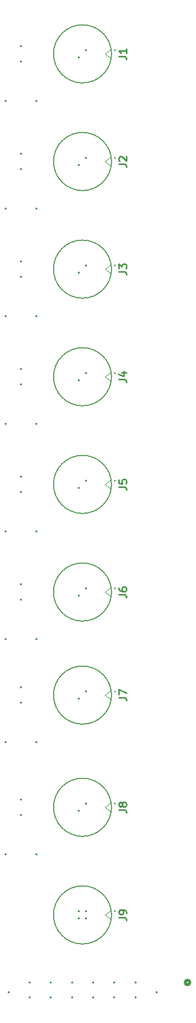
<source format=gbr>
%TF.GenerationSoftware,KiCad,Pcbnew,7.0.10*%
%TF.CreationDate,2024-11-26T20:56:07-08:00*%
%TF.ProjectId,Connector_Board,436f6e6e-6563-4746-9f72-5f426f617264,rev?*%
%TF.SameCoordinates,Original*%
%TF.FileFunction,Legend,Top*%
%TF.FilePolarity,Positive*%
%FSLAX46Y46*%
G04 Gerber Fmt 4.6, Leading zero omitted, Abs format (unit mm)*
G04 Created by KiCad (PCBNEW 7.0.10) date 2024-11-26 20:56:07*
%MOMM*%
%LPD*%
G01*
G04 APERTURE LIST*
%ADD10C,0.254000*%
%ADD11C,0.100000*%
%ADD12C,0.150000*%
%ADD13C,0.200000*%
%ADD14C,0.508000*%
%ADD15C,0.350000*%
G04 APERTURE END LIST*
D10*
X221904318Y-118648232D02*
X222811461Y-118648232D01*
X222811461Y-118648232D02*
X222992889Y-118708709D01*
X222992889Y-118708709D02*
X223113842Y-118829661D01*
X223113842Y-118829661D02*
X223174318Y-119011090D01*
X223174318Y-119011090D02*
X223174318Y-119132042D01*
X221904318Y-117499185D02*
X221904318Y-117741090D01*
X221904318Y-117741090D02*
X221964794Y-117862042D01*
X221964794Y-117862042D02*
X222025270Y-117922518D01*
X222025270Y-117922518D02*
X222206699Y-118043471D01*
X222206699Y-118043471D02*
X222448603Y-118103947D01*
X222448603Y-118103947D02*
X222932413Y-118103947D01*
X222932413Y-118103947D02*
X223053365Y-118043471D01*
X223053365Y-118043471D02*
X223113842Y-117982994D01*
X223113842Y-117982994D02*
X223174318Y-117862042D01*
X223174318Y-117862042D02*
X223174318Y-117620137D01*
X223174318Y-117620137D02*
X223113842Y-117499185D01*
X223113842Y-117499185D02*
X223053365Y-117438709D01*
X223053365Y-117438709D02*
X222932413Y-117378232D01*
X222932413Y-117378232D02*
X222630032Y-117378232D01*
X222630032Y-117378232D02*
X222509080Y-117438709D01*
X222509080Y-117438709D02*
X222448603Y-117499185D01*
X222448603Y-117499185D02*
X222388127Y-117620137D01*
X222388127Y-117620137D02*
X222388127Y-117862042D01*
X222388127Y-117862042D02*
X222448603Y-117982994D01*
X222448603Y-117982994D02*
X222509080Y-118043471D01*
X222509080Y-118043471D02*
X222630032Y-118103947D01*
X221904318Y-29748232D02*
X222811461Y-29748232D01*
X222811461Y-29748232D02*
X222992889Y-29808709D01*
X222992889Y-29808709D02*
X223113842Y-29929661D01*
X223113842Y-29929661D02*
X223174318Y-30111090D01*
X223174318Y-30111090D02*
X223174318Y-30232042D01*
X223174318Y-28478232D02*
X223174318Y-29203947D01*
X223174318Y-28841090D02*
X221904318Y-28841090D01*
X221904318Y-28841090D02*
X222085746Y-28962042D01*
X222085746Y-28962042D02*
X222206699Y-29082994D01*
X222206699Y-29082994D02*
X222267175Y-29203947D01*
X221904318Y-135675832D02*
X222811461Y-135675832D01*
X222811461Y-135675832D02*
X222992889Y-135736309D01*
X222992889Y-135736309D02*
X223113842Y-135857261D01*
X223113842Y-135857261D02*
X223174318Y-136038690D01*
X223174318Y-136038690D02*
X223174318Y-136159642D01*
X221904318Y-135192023D02*
X221904318Y-134345356D01*
X221904318Y-134345356D02*
X223174318Y-134889642D01*
X221904318Y-100868232D02*
X222811461Y-100868232D01*
X222811461Y-100868232D02*
X222992889Y-100928709D01*
X222992889Y-100928709D02*
X223113842Y-101049661D01*
X223113842Y-101049661D02*
X223174318Y-101231090D01*
X223174318Y-101231090D02*
X223174318Y-101352042D01*
X221904318Y-99658709D02*
X221904318Y-100263471D01*
X221904318Y-100263471D02*
X222509080Y-100323947D01*
X222509080Y-100323947D02*
X222448603Y-100263471D01*
X222448603Y-100263471D02*
X222388127Y-100142518D01*
X222388127Y-100142518D02*
X222388127Y-99840137D01*
X222388127Y-99840137D02*
X222448603Y-99719185D01*
X222448603Y-99719185D02*
X222509080Y-99658709D01*
X222509080Y-99658709D02*
X222630032Y-99598232D01*
X222630032Y-99598232D02*
X222932413Y-99598232D01*
X222932413Y-99598232D02*
X223053365Y-99658709D01*
X223053365Y-99658709D02*
X223113842Y-99719185D01*
X223113842Y-99719185D02*
X223174318Y-99840137D01*
X223174318Y-99840137D02*
X223174318Y-100142518D01*
X223174318Y-100142518D02*
X223113842Y-100263471D01*
X223113842Y-100263471D02*
X223053365Y-100323947D01*
X221904318Y-47528232D02*
X222811461Y-47528232D01*
X222811461Y-47528232D02*
X222992889Y-47588709D01*
X222992889Y-47588709D02*
X223113842Y-47709661D01*
X223113842Y-47709661D02*
X223174318Y-47891090D01*
X223174318Y-47891090D02*
X223174318Y-48012042D01*
X222025270Y-46983947D02*
X221964794Y-46923471D01*
X221964794Y-46923471D02*
X221904318Y-46802518D01*
X221904318Y-46802518D02*
X221904318Y-46500137D01*
X221904318Y-46500137D02*
X221964794Y-46379185D01*
X221964794Y-46379185D02*
X222025270Y-46318709D01*
X222025270Y-46318709D02*
X222146222Y-46258232D01*
X222146222Y-46258232D02*
X222267175Y-46258232D01*
X222267175Y-46258232D02*
X222448603Y-46318709D01*
X222448603Y-46318709D02*
X223174318Y-47044423D01*
X223174318Y-47044423D02*
X223174318Y-46258232D01*
X221904318Y-83088232D02*
X222811461Y-83088232D01*
X222811461Y-83088232D02*
X222992889Y-83148709D01*
X222992889Y-83148709D02*
X223113842Y-83269661D01*
X223113842Y-83269661D02*
X223174318Y-83451090D01*
X223174318Y-83451090D02*
X223174318Y-83572042D01*
X222327651Y-81939185D02*
X223174318Y-81939185D01*
X221843842Y-82241566D02*
X222750984Y-82543947D01*
X222750984Y-82543947D02*
X222750984Y-81757756D01*
X221904318Y-154208232D02*
X222811461Y-154208232D01*
X222811461Y-154208232D02*
X222992889Y-154268709D01*
X222992889Y-154268709D02*
X223113842Y-154389661D01*
X223113842Y-154389661D02*
X223174318Y-154571090D01*
X223174318Y-154571090D02*
X223174318Y-154692042D01*
X222448603Y-153422042D02*
X222388127Y-153542994D01*
X222388127Y-153542994D02*
X222327651Y-153603471D01*
X222327651Y-153603471D02*
X222206699Y-153663947D01*
X222206699Y-153663947D02*
X222146222Y-153663947D01*
X222146222Y-153663947D02*
X222025270Y-153603471D01*
X222025270Y-153603471D02*
X221964794Y-153542994D01*
X221964794Y-153542994D02*
X221904318Y-153422042D01*
X221904318Y-153422042D02*
X221904318Y-153180137D01*
X221904318Y-153180137D02*
X221964794Y-153059185D01*
X221964794Y-153059185D02*
X222025270Y-152998709D01*
X222025270Y-152998709D02*
X222146222Y-152938232D01*
X222146222Y-152938232D02*
X222206699Y-152938232D01*
X222206699Y-152938232D02*
X222327651Y-152998709D01*
X222327651Y-152998709D02*
X222388127Y-153059185D01*
X222388127Y-153059185D02*
X222448603Y-153180137D01*
X222448603Y-153180137D02*
X222448603Y-153422042D01*
X222448603Y-153422042D02*
X222509080Y-153542994D01*
X222509080Y-153542994D02*
X222569556Y-153603471D01*
X222569556Y-153603471D02*
X222690508Y-153663947D01*
X222690508Y-153663947D02*
X222932413Y-153663947D01*
X222932413Y-153663947D02*
X223053365Y-153603471D01*
X223053365Y-153603471D02*
X223113842Y-153542994D01*
X223113842Y-153542994D02*
X223174318Y-153422042D01*
X223174318Y-153422042D02*
X223174318Y-153180137D01*
X223174318Y-153180137D02*
X223113842Y-153059185D01*
X223113842Y-153059185D02*
X223053365Y-152998709D01*
X223053365Y-152998709D02*
X222932413Y-152938232D01*
X222932413Y-152938232D02*
X222690508Y-152938232D01*
X222690508Y-152938232D02*
X222569556Y-152998709D01*
X222569556Y-152998709D02*
X222509080Y-153059185D01*
X222509080Y-153059185D02*
X222448603Y-153180137D01*
X221904318Y-171988232D02*
X222811461Y-171988232D01*
X222811461Y-171988232D02*
X222992889Y-172048709D01*
X222992889Y-172048709D02*
X223113842Y-172169661D01*
X223113842Y-172169661D02*
X223174318Y-172351090D01*
X223174318Y-172351090D02*
X223174318Y-172472042D01*
X223174318Y-171322994D02*
X223174318Y-171081090D01*
X223174318Y-171081090D02*
X223113842Y-170960137D01*
X223113842Y-170960137D02*
X223053365Y-170899661D01*
X223053365Y-170899661D02*
X222871937Y-170778709D01*
X222871937Y-170778709D02*
X222630032Y-170718232D01*
X222630032Y-170718232D02*
X222146222Y-170718232D01*
X222146222Y-170718232D02*
X222025270Y-170778709D01*
X222025270Y-170778709D02*
X221964794Y-170839185D01*
X221964794Y-170839185D02*
X221904318Y-170960137D01*
X221904318Y-170960137D02*
X221904318Y-171202042D01*
X221904318Y-171202042D02*
X221964794Y-171322994D01*
X221964794Y-171322994D02*
X222025270Y-171383471D01*
X222025270Y-171383471D02*
X222146222Y-171443947D01*
X222146222Y-171443947D02*
X222448603Y-171443947D01*
X222448603Y-171443947D02*
X222569556Y-171383471D01*
X222569556Y-171383471D02*
X222630032Y-171322994D01*
X222630032Y-171322994D02*
X222690508Y-171202042D01*
X222690508Y-171202042D02*
X222690508Y-170960137D01*
X222690508Y-170960137D02*
X222630032Y-170839185D01*
X222630032Y-170839185D02*
X222569556Y-170778709D01*
X222569556Y-170778709D02*
X222448603Y-170718232D01*
X221904318Y-65308232D02*
X222811461Y-65308232D01*
X222811461Y-65308232D02*
X222992889Y-65368709D01*
X222992889Y-65368709D02*
X223113842Y-65489661D01*
X223113842Y-65489661D02*
X223174318Y-65671090D01*
X223174318Y-65671090D02*
X223174318Y-65792042D01*
X221904318Y-64824423D02*
X221904318Y-64038232D01*
X221904318Y-64038232D02*
X222388127Y-64461566D01*
X222388127Y-64461566D02*
X222388127Y-64280137D01*
X222388127Y-64280137D02*
X222448603Y-64159185D01*
X222448603Y-64159185D02*
X222509080Y-64098709D01*
X222509080Y-64098709D02*
X222630032Y-64038232D01*
X222630032Y-64038232D02*
X222932413Y-64038232D01*
X222932413Y-64038232D02*
X223053365Y-64098709D01*
X223053365Y-64098709D02*
X223113842Y-64159185D01*
X223113842Y-64159185D02*
X223174318Y-64280137D01*
X223174318Y-64280137D02*
X223174318Y-64642994D01*
X223174318Y-64642994D02*
X223113842Y-64763947D01*
X223113842Y-64763947D02*
X223053365Y-64824423D01*
D11*
%TO.C,J6*%
X219600000Y-118224900D02*
X220625000Y-117474900D01*
X220625000Y-118974900D02*
X219600000Y-118224900D01*
D12*
X221359800Y-117624900D02*
G75*
G03*
X221209800Y-117624900I-75000J0D01*
G01*
X221209800Y-117624900D02*
G75*
G03*
X221359800Y-117624900I75000J0D01*
G01*
D13*
X220700000Y-118224900D02*
G75*
G03*
X211100000Y-118224900I-4800000J0D01*
G01*
X211100000Y-118224900D02*
G75*
G03*
X220700000Y-118224900I4800000J0D01*
G01*
D11*
%TO.C,J1*%
X219600000Y-29324900D02*
X220625000Y-28574900D01*
X220625000Y-30074900D02*
X219600000Y-29324900D01*
D12*
X221359800Y-28724900D02*
G75*
G03*
X221209800Y-28724900I-75000J0D01*
G01*
X221209800Y-28724900D02*
G75*
G03*
X221359800Y-28724900I75000J0D01*
G01*
D13*
X220700000Y-29324900D02*
G75*
G03*
X211100000Y-29324900I-4800000J0D01*
G01*
X211100000Y-29324900D02*
G75*
G03*
X220700000Y-29324900I4800000J0D01*
G01*
D11*
%TO.C,J7*%
X219600000Y-135252500D02*
X220625000Y-134502500D01*
X220625000Y-136002500D02*
X219600000Y-135252500D01*
D12*
X221359800Y-134652500D02*
G75*
G03*
X221209800Y-134652500I-75000J0D01*
G01*
X221209800Y-134652500D02*
G75*
G03*
X221359800Y-134652500I75000J0D01*
G01*
D13*
X220700000Y-135252500D02*
G75*
G03*
X211100000Y-135252500I-4800000J0D01*
G01*
X211100000Y-135252500D02*
G75*
G03*
X220700000Y-135252500I4800000J0D01*
G01*
D11*
%TO.C,J5*%
X219600000Y-100444900D02*
X220625000Y-99694900D01*
X220625000Y-101194900D02*
X219600000Y-100444900D01*
D12*
X221359800Y-99844900D02*
G75*
G03*
X221209800Y-99844900I-75000J0D01*
G01*
X221209800Y-99844900D02*
G75*
G03*
X221359800Y-99844900I75000J0D01*
G01*
D13*
X220700000Y-100444900D02*
G75*
G03*
X211100000Y-100444900I-4800000J0D01*
G01*
X211100000Y-100444900D02*
G75*
G03*
X220700000Y-100444900I4800000J0D01*
G01*
D11*
%TO.C,J2*%
X219600000Y-47104900D02*
X220625000Y-46354900D01*
X220625000Y-47854900D02*
X219600000Y-47104900D01*
D12*
X221359800Y-46504900D02*
G75*
G03*
X221209800Y-46504900I-75000J0D01*
G01*
X221209800Y-46504900D02*
G75*
G03*
X221359800Y-46504900I75000J0D01*
G01*
D13*
X220700000Y-47104900D02*
G75*
G03*
X211100000Y-47104900I-4800000J0D01*
G01*
X211100000Y-47104900D02*
G75*
G03*
X220700000Y-47104900I4800000J0D01*
G01*
D11*
%TO.C,J4*%
X219600000Y-82664900D02*
X220625000Y-81914900D01*
X220625000Y-83414900D02*
X219600000Y-82664900D01*
D12*
X221359800Y-82064900D02*
G75*
G03*
X221209800Y-82064900I-75000J0D01*
G01*
X221209800Y-82064900D02*
G75*
G03*
X221359800Y-82064900I75000J0D01*
G01*
D13*
X220700000Y-82664900D02*
G75*
G03*
X211100000Y-82664900I-4800000J0D01*
G01*
X211100000Y-82664900D02*
G75*
G03*
X220700000Y-82664900I4800000J0D01*
G01*
D11*
%TO.C,J8*%
X219600000Y-153784900D02*
X220625000Y-153034900D01*
X220625000Y-154534900D02*
X219600000Y-153784900D01*
D12*
X221359800Y-153184900D02*
G75*
G03*
X221209800Y-153184900I-75000J0D01*
G01*
X221209800Y-153184900D02*
G75*
G03*
X221359800Y-153184900I75000J0D01*
G01*
D13*
X220700000Y-153784900D02*
G75*
G03*
X211100000Y-153784900I-4800000J0D01*
G01*
X211100000Y-153784900D02*
G75*
G03*
X220700000Y-153784900I4800000J0D01*
G01*
D11*
%TO.C,J9*%
X219600000Y-171564900D02*
X220625000Y-170814900D01*
X220625000Y-172314900D02*
X219600000Y-171564900D01*
D12*
X221359800Y-170964900D02*
G75*
G03*
X221209800Y-170964900I-75000J0D01*
G01*
X221209800Y-170964900D02*
G75*
G03*
X221359800Y-170964900I75000J0D01*
G01*
D13*
X220700000Y-171564900D02*
G75*
G03*
X211100000Y-171564900I-4800000J0D01*
G01*
X211100000Y-171564900D02*
G75*
G03*
X220700000Y-171564900I4800000J0D01*
G01*
D11*
%TO.C,J3*%
X219600000Y-64884900D02*
X220625000Y-64134900D01*
X220625000Y-65634900D02*
X219600000Y-64884900D01*
D12*
X221359800Y-64284900D02*
G75*
G03*
X221209800Y-64284900I-75000J0D01*
G01*
X221209800Y-64284900D02*
G75*
G03*
X221359800Y-64284900I75000J0D01*
G01*
D13*
X220700000Y-64884900D02*
G75*
G03*
X211100000Y-64884900I-4800000J0D01*
G01*
X211100000Y-64884900D02*
G75*
G03*
X220700000Y-64884900I4800000J0D01*
G01*
D14*
%TO.C,J11*%
X233654897Y-182722400D02*
G75*
G03*
X232892897Y-182722400I-381000J0D01*
G01*
X232892897Y-182722400D02*
G75*
G03*
X233654897Y-182722400I381000J0D01*
G01*
%TD*%
D15*
X216500000Y-117624900D03*
X215300000Y-118824900D03*
X216500000Y-28724900D03*
X215300000Y-29924900D03*
X216500000Y-134652500D03*
X215300000Y-135852500D03*
X216500000Y-99844900D03*
X215300000Y-101044900D03*
X216500000Y-46504900D03*
X215300000Y-47704900D03*
X216500000Y-82064900D03*
X215300000Y-83264900D03*
X216500000Y-153184900D03*
X215300000Y-154384900D03*
X216500000Y-170964900D03*
X216500000Y-172164900D03*
X215300000Y-170964900D03*
X215300000Y-172164900D03*
X216500000Y-64284900D03*
X215300000Y-65484900D03*
X203200000Y-125981500D03*
X208280000Y-125981500D03*
X224663000Y-182722400D03*
X221162997Y-182722400D03*
X217662996Y-182722400D03*
X214162995Y-182722400D03*
X210662995Y-182722400D03*
X207162994Y-182722400D03*
X224663000Y-185222400D03*
X221162997Y-185222400D03*
X217662996Y-185222400D03*
X214162995Y-185222400D03*
X210662995Y-185222400D03*
X207162994Y-185222400D03*
X228162998Y-184322412D03*
X203662996Y-184322412D03*
X203200000Y-161541500D03*
X208280000Y-161541500D03*
X205740000Y-133982500D03*
X205740000Y-136522500D03*
X203200000Y-108201500D03*
X208280000Y-108201500D03*
X203200000Y-90421500D03*
X208280000Y-90421500D03*
X203200000Y-72641500D03*
X208280000Y-72641500D03*
X205740000Y-28054900D03*
X205740000Y-30594900D03*
X205740000Y-81394900D03*
X205740000Y-83934900D03*
X205740000Y-45834900D03*
X205740000Y-48374900D03*
X203200000Y-54861500D03*
X208280000Y-54861500D03*
X205740000Y-63614900D03*
X205740000Y-66154900D03*
X203200000Y-143009100D03*
X208280000Y-143009100D03*
X205740000Y-99174900D03*
X205740000Y-101714900D03*
X203200000Y-37081500D03*
X208280000Y-37081500D03*
X205740000Y-116954900D03*
X205740000Y-119494900D03*
X205740000Y-152514900D03*
X205740000Y-155054900D03*
M02*

</source>
